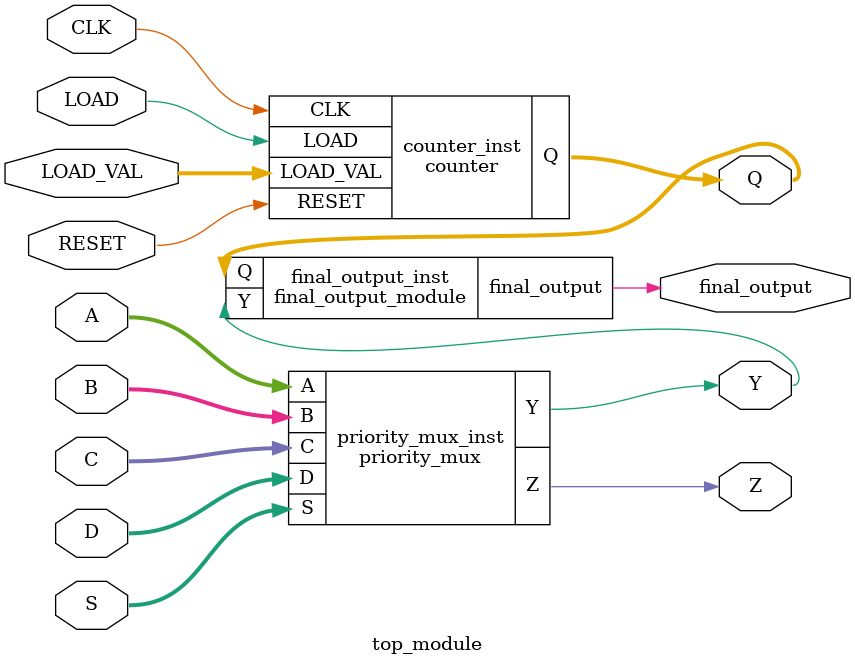
<source format=v>

module counter (
    input CLK,
    input RESET,
    input LOAD,
    input [3:0] LOAD_VAL,
    output [3:0] Q
);
    reg [3:0] Q;

    always @(posedge CLK, posedge RESET) begin
        if (RESET) begin
            Q <= 4'b0;
        end else if (LOAD) begin
            Q <= LOAD_VAL;
        end else begin
            Q <= Q + 1;
        end
    end
endmodule
module priority_mux (
    input [3:0] A, B, C, D,
    input [1:0] S,
    output Y, Z
);
    wire Y, Z;

    assign Y = (S == 2'b01) ? A :
              (S == 2'b10) ? B :
              (S == 2'b11) ? ((D) ? D : (C) ? C : (B) ? B : A) :
              1'b0;

    assign Z = (S == 2'b01) ? ~A :
              (S == 2'b10) ? ~B :
              (S == 2'b11) ? ((D) ? ~D : (C) ? ~C : (B) ? ~B : ~A) :
              1'b0;
endmodule
module final_output_module (
    input [3:0] Q,
    input Y,
    output final_output
);
    wire final_output;

    assign final_output = (Q[0] == 1) && Y;
endmodule
module top_module (
    input CLK,
    input RESET,
    input LOAD,
    input [3:0] LOAD_VAL,
    input [3:0] A, B, C, D,
    input [1:0] S,
    output [3:0] Q,
    output Y, Z,
    output final_output
);
    counter counter_inst (
        .CLK(CLK),
        .RESET(RESET),
        .LOAD(LOAD),
        .LOAD_VAL(LOAD_VAL),
        .Q(Q)
    );

    priority_mux priority_mux_inst (
        .A(A),
        .B(B),
        .C(C),
        .D(D),
        .S(S),
        .Y(Y),
        .Z(Z)
    );

    final_output_module final_output_inst (
        .Q(Q),
        .Y(Y),
        .final_output(final_output)
    );
endmodule
</source>
